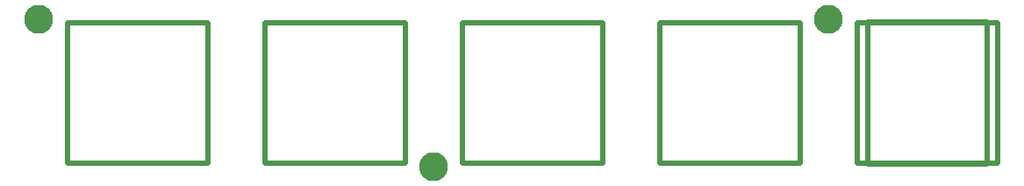
<source format=gbs>
%TF.GenerationSoftware,KiCad,Pcbnew,(5.99.0-12610-g07e01e6297)*%
%TF.CreationDate,2021-10-18T15:28:35+01:00*%
%TF.ProjectId,piccolo-switchplate,70696363-6f6c-46f2-9d73-776974636870,rev?*%
%TF.SameCoordinates,Original*%
%TF.FileFunction,Soldermask,Bot*%
%TF.FilePolarity,Negative*%
%FSLAX46Y46*%
G04 Gerber Fmt 4.6, Leading zero omitted, Abs format (unit mm)*
G04 Created by KiCad (PCBNEW (5.99.0-12610-g07e01e6297)) date 2021-10-18 15:28:35*
%MOMM*%
%LPD*%
G01*
G04 APERTURE LIST*
%ADD10O,12.000000X0.500000*%
%ADD11O,0.500000X14.200000*%
%ADD12C,2.800000*%
%ADD13O,14.000000X0.500000*%
%ADD14O,0.500000X14.000000*%
G04 APERTURE END LIST*
D10*
%TO.C,ENC1*%
X195387496Y-111462500D03*
D11*
X201137496Y-118312500D03*
D10*
X195387496Y-125162500D03*
D11*
X189637496Y-118312500D03*
%TD*%
D12*
%TO.C,H3*%
X185862496Y-111168750D03*
%TD*%
D13*
%TO.C,MX4*%
X176337496Y-125062500D03*
X176337496Y-111562500D03*
D14*
X183087496Y-118312500D03*
X169587496Y-118312500D03*
%TD*%
D12*
%TO.C,H2*%
X147762496Y-125456250D03*
%TD*%
D14*
%TO.C,MX1*%
X112437496Y-118312500D03*
D13*
X119187496Y-111562500D03*
D14*
X125937496Y-118312500D03*
D13*
X119187496Y-125062500D03*
%TD*%
%TO.C,MX3*%
X157287496Y-111562500D03*
D14*
X164037496Y-118312500D03*
X150537496Y-118312500D03*
D13*
X157287496Y-125062500D03*
%TD*%
D14*
%TO.C,MX2*%
X131487496Y-118312500D03*
X144987496Y-118312500D03*
D13*
X138237496Y-111562500D03*
X138237496Y-125062500D03*
%TD*%
%TO.C,MX5*%
X195387496Y-111562500D03*
D14*
X188637496Y-118312500D03*
X202137496Y-118312500D03*
D13*
X195387496Y-125062500D03*
%TD*%
D12*
%TO.C,H1*%
X109662496Y-111168750D03*
%TD*%
M02*

</source>
